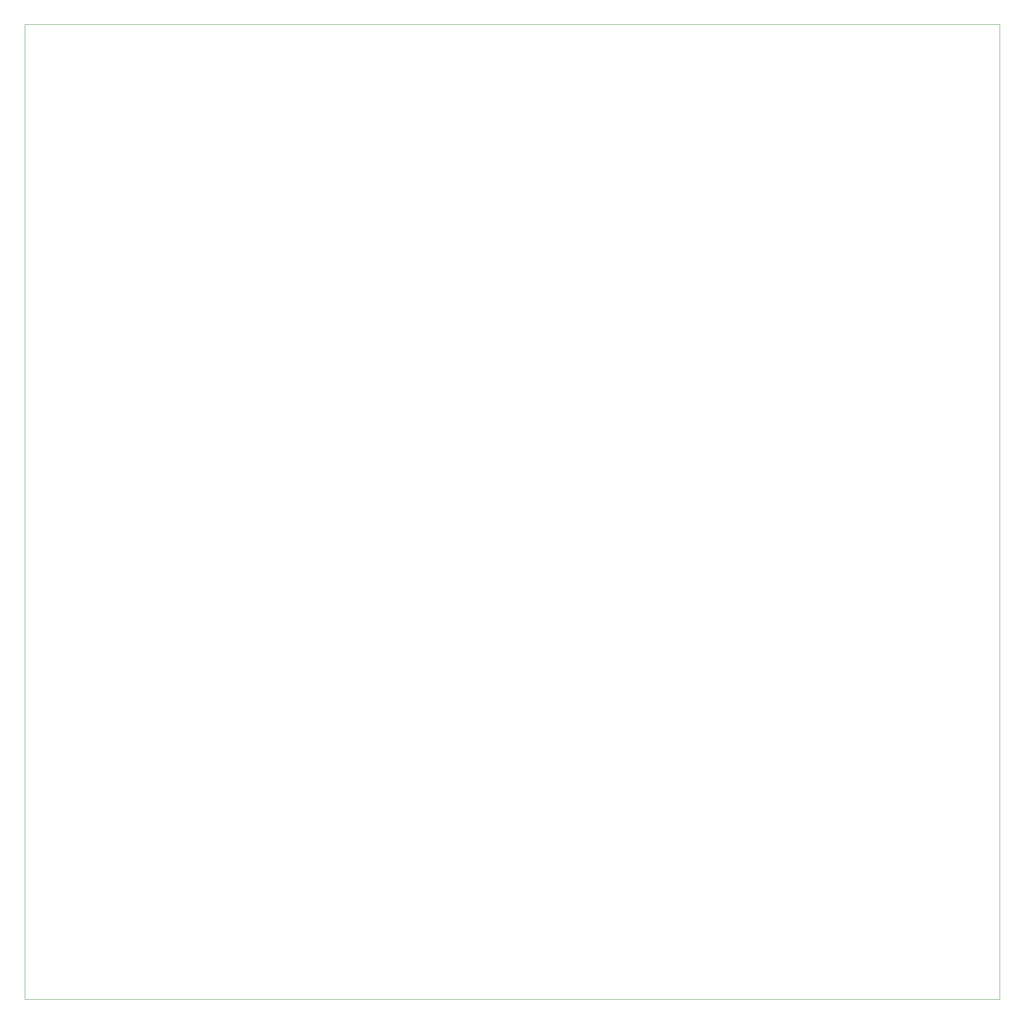
<source format=gbr>
G04 #@! TF.FileFunction,Profile,NP*
%FSLAX46Y46*%
G04 Gerber Fmt 4.6, Leading zero omitted, Abs format (unit mm)*
G04 Created by KiCad (PCBNEW 4.0.4-stable) date 07/05/17 18:48:19*
%MOMM*%
%LPD*%
G01*
G04 APERTURE LIST*
%ADD10C,0.100000*%
G04 APERTURE END LIST*
D10*
X220980000Y-218440000D02*
X17780000Y-218440000D01*
X220980000Y-218440000D02*
X220980000Y-15240000D01*
X17780000Y-15240000D02*
X17780000Y-218440000D01*
X17780000Y-15240000D02*
X220980000Y-15240000D01*
M02*

</source>
